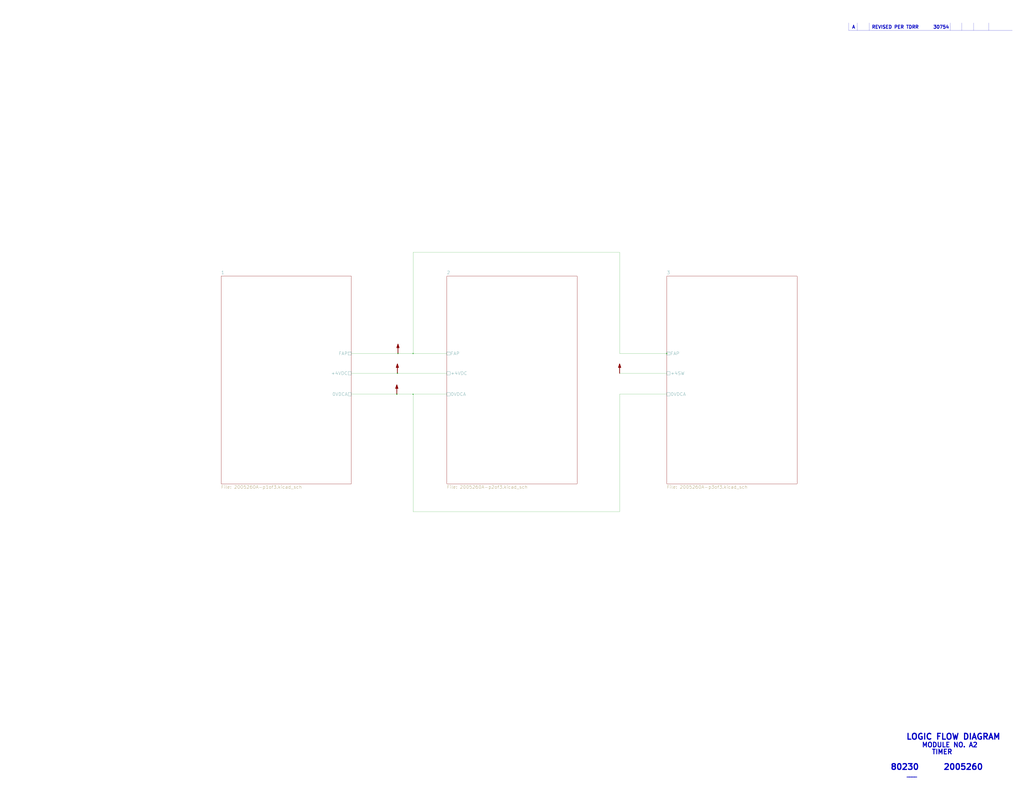
<source format=kicad_sch>
(kicad_sch (version 20211123) (generator eeschema)
  (paper "E")
  (lib_symbols
    (symbol "AGC_DSKY:PWR_FLAG" (power) (pin_numbers hide) (pin_names (offset 0) hide)
      (symbol "PWR_FLAG_0_0"
        (pin power_out line (at 0 0 90) (length 0) (name "pwr") (number "1"))
      )
      (symbol "PWR_FLAG_0_1"
        (polyline (pts (xy 0 0) (xy 0 10.16)) (stroke (width 0.762)))
        (polyline (pts (xy 0 10.16) (xy -1.27 6.35) (xy 1.27 6.35) (xy 0 10.16)) (stroke (width 0.762)) (fill (type outline)))
      )
    )
  )
  (junction (at 727.71 386.08))
  (junction (at 450.85 430.53))
  (junction (at 434.34 386.08))
  (junction (at 450.85 386.08))
  (junction (at 433.07 430.53))
  (junction (at 433.705 407.67))
  (wire (pts (xy 383.54 407.67) (xy 433.705 407.67)))
  (polyline (pts (xy 948.69 24.9936) (xy 948.69 33.274)) (stroke (width 0.1524) (type solid)))
  (wire (pts (xy 450.85 430.53) (xy 450.85 558.8)))
  (wire (pts (xy 433.705 407.67) (xy 487.68 407.67)))
  (wire (pts (xy 450.85 430.53) (xy 487.68 430.53)))
  (polyline (pts (xy 935.7106 24.9936) (xy 935.7106 33.274)) (stroke (width 0.1524) (type solid)))
  (wire (pts (xy 450.85 275.59) (xy 450.85 386.08)))
  (polyline (pts (xy 1049.8074 24.9936) (xy 1049.8074 33.274)) (stroke (width 0.1524) (type solid)))
  (polyline (pts (xy 926.1094 25.019) (xy 926.1094 33.274)) (stroke (width 0.1524) (type solid)))
  (polyline (pts (xy 1062.5074 24.9936) (xy 1062.5074 33.274)) (stroke (width 0.1524) (type solid)))
  (polyline (pts (xy 1078.992 24.9936) (xy 1078.992 33.274)) (stroke (width 0.1524) (type solid)))
  (wire (pts (xy 727.71 386.08) (xy 676.275 386.08)))
  (wire (pts (xy 450.85 430.53) (xy 433.07 430.53)))
  (wire (pts (xy 676.275 430.53) (xy 727.71 430.53)))
  (wire (pts (xy 676.275 558.8) (xy 676.275 430.53)))
  (wire (pts (xy 383.54 430.53) (xy 433.07 430.53)))
  (wire (pts (xy 383.54 386.08) (xy 434.34 386.08)))
  (wire (pts (xy 434.34 386.08) (xy 450.85 386.08)))
  (polyline (pts (xy 1037.1074 24.9936) (xy 1037.1074 33.274)) (stroke (width 0.1524) (type solid)))
  (wire (pts (xy 450.85 386.08) (xy 487.68 386.08)))
  (wire (pts (xy 676.275 275.59) (xy 450.85 275.59)))
  (wire (pts (xy 728.345 386.08) (xy 727.71 386.08)))
  (wire (pts (xy 450.85 558.8) (xy 676.275 558.8)))
  (wire (pts (xy 727.71 407.67) (xy 676.275 407.67)))
  (polyline (pts (xy 1104.9 33.274) (xy 926.211 33.274)) (stroke (width 0.1524) (type solid)))
  (wire (pts (xy 676.275 386.08) (xy 676.275 275.59)))
  (text "80230" (at 971.55 841.375 0) (effects (font (size 6.35 6.35) (thickness 1.27) bold) (justify left bottom)))
  (text "REVISED PER TDRR      30754" (at 951.23 31.75 0) (effects (font (size 3.556 3.556) (thickness 0.7112) bold) (justify left bottom)))
  (text "LOGIC FLOW DIAGRAM" (at 988.695 808.355 0) (effects (font (size 6.35 6.35) (thickness 1.27) bold) (justify left bottom)))
  (text "A" (at 929.64 31.75 0) (effects (font (size 3.556 3.556) (thickness 0.7112) bold) (justify left bottom)))
  (text "TIMER" (at 1016.635 824.23 0) (effects (font (size 5.08 5.08) (thickness 1.016) bold) (justify left bottom)))
  (text "2005260" (at 1029.335 841.375 0) (effects (font (size 6.35 6.35) (thickness 1.27) bold) (justify left bottom)))
  (text "MODULE NO. A2" (at 1005.84 816.61 0) (effects (font (size 5.08 5.08) (thickness 1.016) bold) (justify left bottom)))
  (text "____" (at 989.33 848.995 0) (effects (font (size 3.556 3.556) (thickness 0.7112) bold) (justify left bottom)))
  (symbol (lib_id "AGC_DSKY:PWR_FLAG") (at 434.34 386.08 0) (unit 1)
    (property "Reference" "#FLG0101" (effects hide))
    (property "Value" "PWR_FLAG" (effects hide))
  )
  (symbol (lib_id "AGC_DSKY:PWR_FLAG") (at 433.705 407.67 0) (unit 1)
    (property "Reference" "#FLG0102" (effects hide))
    (property "Value" "PWR_FLAG" (effects hide))
  )
  (symbol (lib_id "AGC_DSKY:PWR_FLAG") (at 433.07 430.53 0) (unit 1)
    (property "Reference" "#FLG0103" (effects hide))
    (property "Value" "PWR_FLAG" (effects hide))
  )
  (symbol (lib_id "AGC_DSKY:PWR_FLAG") (at 676.275 407.67 0) (unit 1)
    (property "Reference" "#FLG0104" (effects hide))
    (property "Value" "PWR_FLAG" (effects hide))
  )
  (sheet (at 241.3 301.625) (size 142.24 226.695)
    (property "Sheet name" "1" (at 241.3 299.7704 0) (effects (font (size 3.556 3.556)) (justify left bottom)))
    (property "Sheet file" "2005260A-p1of3.kicad_sch" (at 241.3 529.819 0) (effects (font (size 3.556 3.556)) (justify left top)))
    (pin "0VDCA" passive (at 383.54 430.53 0) (effects (font (size 3.556 3.556))))
    (pin "+4VDC" passive (at 383.54 407.67 0) (effects (font (size 3.556 3.556))))
    (pin "FAP" passive (at 383.54 386.08 0) (effects (font (size 3.556 3.556))))
  )
  (sheet (at 487.68 301.625) (size 142.24 226.695)
    (property "Sheet name" "2" (at 487.68 299.7704 0) (effects (font (size 3.556 3.556)) (justify left bottom)))
    (property "Sheet file" "2005260A-p2of3.kicad_sch" (at 487.68 529.819 0) (effects (font (size 3.556 3.556)) (justify left top)))
    (pin "+4VDC" passive (at 487.68 407.67 180) (effects (font (size 3.556 3.556))))
    (pin "0VDCA" passive (at 487.68 430.53 180) (effects (font (size 3.556 3.556))))
    (pin "FAP" passive (at 487.68 386.08 180) (effects (font (size 3.556 3.556))))
  )
  (sheet (at 727.71 301.625) (size 142.24 226.695)
    (property "Sheet name" "3" (at 727.71 299.7704 0) (effects (font (size 3.556 3.556)) (justify left bottom)))
    (property "Sheet file" "2005260A-p3of3.kicad_sch" (at 727.71 529.819 0) (effects (font (size 3.556 3.556)) (justify left top)))
    (pin "0VDCA" passive (at 727.71 430.53 180) (effects (font (size 3.556 3.556))))
    (pin "FAP" passive (at 727.71 386.08 180) (effects (font (size 3.556 3.556))))
    (pin "+4SW" passive (at 727.71 407.67 180) (effects (font (size 3.556 3.556))))
  )
)
</source>
